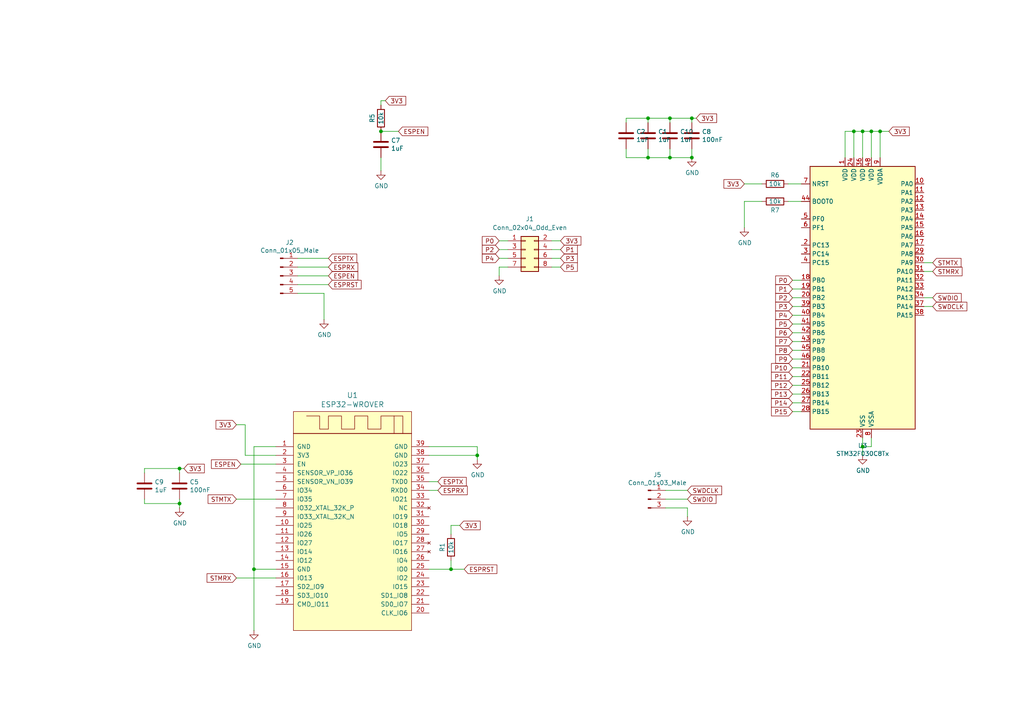
<source format=kicad_sch>
(kicad_sch (version 20250114) (generator "eeschema") (generator_version "9.0")
  (paper "A4")
  (lib_symbols
    (symbol "Connector:Conn_01x03_Male" (pin_names (offset 1.016) (hide yes))
      (property "Reference" "J" (at 0 5.08 0))
      (property "Value" "Connector_Conn_01x03_Male" (at 0 -5.08 0))
      (symbol "Conn_01x03_Male_1_1"
        (rectangle (start 0.8636 2.667) (end 0 2.413) (stroke (width 0.1524)) (fill (type outline)))
        (rectangle (start 0.8636 0.127) (end 0 -0.127) (stroke (width 0.1524)) (fill (type outline)))
        (rectangle (start 0.8636 -2.413) (end 0 -2.667) (stroke (width 0.1524)) (fill (type outline)))
        (polyline (pts (xy 1.27 2.54) (xy 0.8636 2.54)) (stroke (width 0.1524)))
        (polyline (pts (xy 1.27 0) (xy 0.8636 0)) (stroke (width 0.1524)))
        (polyline (pts (xy 1.27 -2.54) (xy 0.8636 -2.54)) (stroke (width 0.1524)))
        (pin passive line (at 5.08 2.54 180) (length 3.81) (name "Pin_1") (number "1"))
        (pin passive line (at 5.08 0 180) (length 3.81) (name "Pin_2") (number "2"))
        (pin passive line (at 5.08 -2.54 180) (length 3.81) (name "Pin_3") (number "3"))
      )
    )
    (symbol "Connector:Conn_01x05_Male" (pin_names (offset 1.016) (hide yes))
      (property "Reference" "J" (at 0 7.62 0))
      (property "Value" "Connector_Conn_01x05_Male" (at 0 -7.62 0))
      (symbol "Conn_01x05_Male_1_1"
        (rectangle (start 0.8636 5.207) (end 0 4.953) (stroke (width 0.1524)) (fill (type outline)))
        (rectangle (start 0.8636 2.667) (end 0 2.413) (stroke (width 0.1524)) (fill (type outline)))
        (rectangle (start 0.8636 0.127) (end 0 -0.127) (stroke (width 0.1524)) (fill (type outline)))
        (rectangle (start 0.8636 -2.413) (end 0 -2.667) (stroke (width 0.1524)) (fill (type outline)))
        (rectangle (start 0.8636 -4.953) (end 0 -5.207) (stroke (width 0.1524)) (fill (type outline)))
        (polyline (pts (xy 1.27 5.08) (xy 0.8636 5.08)) (stroke (width 0.1524)))
        (polyline (pts (xy 1.27 2.54) (xy 0.8636 2.54)) (stroke (width 0.1524)))
        (polyline (pts (xy 1.27 0) (xy 0.8636 0)) (stroke (width 0.1524)))
        (polyline (pts (xy 1.27 -2.54) (xy 0.8636 -2.54)) (stroke (width 0.1524)))
        (polyline (pts (xy 1.27 -5.08) (xy 0.8636 -5.08)) (stroke (width 0.1524)))
        (pin passive line (at 5.08 5.08 180) (length 3.81) (name "Pin_1") (number "1"))
        (pin passive line (at 5.08 2.54 180) (length 3.81) (name "Pin_2") (number "2"))
        (pin passive line (at 5.08 0 180) (length 3.81) (name "Pin_3") (number "3"))
        (pin passive line (at 5.08 -2.54 180) (length 3.81) (name "Pin_4") (number "4"))
        (pin passive line (at 5.08 -5.08 180) (length 3.81) (name "Pin_5") (number "5"))
      )
    )
    (symbol "Connector_Generic:Conn_02x04_Odd_Even" (pin_names (offset 1.016) (hide yes))
      (property "Reference" "J" (at 1.27 5.08 0))
      (property "Value" "Conn_02x04_Odd_Even" (at 1.27 -7.62 0))
      (symbol "Conn_02x04_Odd_Even_1_1"
        (rectangle (start -1.27 3.81) (end 3.81 -6.35) (stroke (width 0.254)) (fill (type background)))
        (rectangle (start -1.27 2.667) (end 0 2.413) (stroke (width 0.1524)))
        (rectangle (start -1.27 0.127) (end 0 -0.127) (stroke (width 0.1524)))
        (rectangle (start -1.27 -2.413) (end 0 -2.667) (stroke (width 0.1524)))
        (rectangle (start -1.27 -4.953) (end 0 -5.207) (stroke (width 0.1524)))
        (rectangle (start 3.81 2.667) (end 2.54 2.413) (stroke (width 0.1524)))
        (rectangle (start 3.81 0.127) (end 2.54 -0.127) (stroke (width 0.1524)))
        (rectangle (start 3.81 -2.413) (end 2.54 -2.667) (stroke (width 0.1524)))
        (rectangle (start 3.81 -4.953) (end 2.54 -5.207) (stroke (width 0.1524)))
        (pin passive line (at -5.08 2.54 0) (length 3.81) (name "Pin_1") (number "1"))
        (pin passive line (at -5.08 0 0) (length 3.81) (name "Pin_3") (number "3"))
        (pin passive line (at -5.08 -2.54 0) (length 3.81) (name "Pin_5") (number "5"))
        (pin passive line (at -5.08 -5.08 0) (length 3.81) (name "Pin_7") (number "7"))
        (pin passive line (at 7.62 2.54 180) (length 3.81) (name "Pin_2") (number "2"))
        (pin passive line (at 7.62 0 180) (length 3.81) (name "Pin_4") (number "4"))
        (pin passive line (at 7.62 -2.54 180) (length 3.81) (name "Pin_6") (number "6"))
        (pin passive line (at 7.62 -5.08 180) (length 3.81) (name "Pin_8") (number "8"))
      )
    )
    (symbol "Device:C" (pin_numbers (hide yes)) (pin_names (offset 0.254))
      (property "Reference" "C" (at 0.635 2.54 0))
      (property "Value" "C" (at 0.635 -2.54 0))
      (symbol "C_0_1"
        (polyline (pts (xy -2.032 0.762) (xy 2.032 0.762)) (stroke (width 0.508)))
        (polyline (pts (xy -2.032 -0.762) (xy 2.032 -0.762)) (stroke (width 0.508)))
      )
      (symbol "C_1_1"
        (pin passive line (at 0 3.81 270) (length 2.794) (name "~") (number "1"))
        (pin passive line (at 0 -3.81 90) (length 2.794) (name "~") (number "2"))
      )
    )
    (symbol "Device:R" (pin_numbers (hide yes)) (pin_names (offset 0))
      (property "Reference" "R" (at 2.032 0 90))
      (property "Value" "R" (at 0 0 90))
      (symbol "R_0_1"
        (rectangle (start -1.016 -2.54) (end 1.016 2.54) (stroke (width 0.254)))
      )
      (symbol "R_1_1"
        (pin passive line (at 0 3.81 270) (length 1.27) (name "~") (number "1"))
        (pin passive line (at 0 -3.81 90) (length 1.27) (name "~") (number "2"))
      )
    )
    (symbol "MCU_ST_STM32F0:STM32F030CCTx"
      (property "Reference" "U" (at -15.24 39.37 0))
      (property "Value" "STM32F030CCTx" (at 7.62 39.37 0))
      (symbol "STM32F030CCTx_0_1"
        (rectangle (start -15.24 -38.1) (end 15.24 38.1) (stroke (width 0.254)) (fill (type background)))
      )
      (symbol "STM32F030CCTx_1_1"
        (pin input line (at -17.78 33.02 0) (length 2.54) (name "NRST") (number "7"))
        (pin input line (at -17.78 27.94 0) (length 2.54) (name "BOOT0") (number "44"))
        (pin bidirectional line (at -17.78 22.86 0) (length 2.54) (name "PF0") (number "5"))
        (pin bidirectional line (at -17.78 20.32 0) (length 2.54) (name "PF1") (number "6"))
        (pin bidirectional line (at -17.78 15.24 0) (length 2.54) (name "PC13") (number "2"))
        (pin bidirectional line (at -17.78 12.7 0) (length 2.54) (name "PC14") (number "3"))
        (pin bidirectional line (at -17.78 10.16 0) (length 2.54) (name "PC15") (number "4"))
        (pin bidirectional line (at -17.78 5.08 0) (length 2.54) (name "PB0") (number "18"))
        (pin bidirectional line (at -17.78 2.54 0) (length 2.54) (name "PB1") (number "19"))
        (pin bidirectional line (at -17.78 0 0) (length 2.54) (name "PB2") (number "20"))
        (pin bidirectional line (at -17.78 -2.54 0) (length 2.54) (name "PB3") (number "39"))
        (pin bidirectional line (at -17.78 -5.08 0) (length 2.54) (name "PB4") (number "40"))
        (pin bidirectional line (at -17.78 -7.62 0) (length 2.54) (name "PB5") (number "41"))
        (pin bidirectional line (at -17.78 -10.16 0) (length 2.54) (name "PB6") (number "42"))
        (pin bidirectional line (at -17.78 -12.7 0) (length 2.54) (name "PB7") (number "43"))
        (pin bidirectional line (at -17.78 -15.24 0) (length 2.54) (name "PB8") (number "45"))
        (pin bidirectional line (at -17.78 -17.78 0) (length 2.54) (name "PB9") (number "46"))
        (pin bidirectional line (at -17.78 -20.32 0) (length 2.54) (name "PB10") (number "21"))
        (pin bidirectional line (at -17.78 -22.86 0) (length 2.54) (name "PB11") (number "22"))
        (pin bidirectional line (at -17.78 -25.4 0) (length 2.54) (name "PB12") (number "25"))
        (pin bidirectional line (at -17.78 -27.94 0) (length 2.54) (name "PB13") (number "26"))
        (pin bidirectional line (at -17.78 -30.48 0) (length 2.54) (name "PB14") (number "27"))
        (pin bidirectional line (at -17.78 -33.02 0) (length 2.54) (name "PB15") (number "28"))
        (pin power_in line (at -5.08 40.64 270) (length 2.54) (name "VDD") (number "1"))
        (pin power_in line (at -2.54 40.64 270) (length 2.54) (name "VDD") (number "24"))
        (pin power_in line (at 0 40.64 270) (length 2.54) (name "VDD") (number "36"))
        (pin power_in line (at 0 -40.64 90) (length 2.54) (name "VSS") (number "23"))
        (pin passive line (at 0 -40.64 90) (length 2.54) (hide yes) (name "VSS") (number "35"))
        (pin passive line (at 0 -40.64 90) (length 2.54) (hide yes) (name "VSS") (number "47"))
        (pin power_in line (at 2.54 40.64 270) (length 2.54) (name "VDD") (number "48"))
        (pin power_in line (at 2.54 -40.64 90) (length 2.54) (name "VSSA") (number "8"))
        (pin power_in line (at 5.08 40.64 270) (length 2.54) (name "VDDA") (number "9"))
        (pin bidirectional line (at 17.78 33.02 180) (length 2.54) (name "PA0") (number "10"))
        (pin bidirectional line (at 17.78 30.48 180) (length 2.54) (name "PA1") (number "11"))
        (pin bidirectional line (at 17.78 27.94 180) (length 2.54) (name "PA2") (number "12"))
        (pin bidirectional line (at 17.78 25.4 180) (length 2.54) (name "PA3") (number "13"))
        (pin bidirectional line (at 17.78 22.86 180) (length 2.54) (name "PA4") (number "14"))
        (pin bidirectional line (at 17.78 20.32 180) (length 2.54) (name "PA5") (number "15"))
        (pin bidirectional line (at 17.78 17.78 180) (length 2.54) (name "PA6") (number "16"))
        (pin bidirectional line (at 17.78 15.24 180) (length 2.54) (name "PA7") (number "17"))
        (pin bidirectional line (at 17.78 12.7 180) (length 2.54) (name "PA8") (number "29"))
        (pin bidirectional line (at 17.78 10.16 180) (length 2.54) (name "PA9") (number "30"))
        (pin bidirectional line (at 17.78 7.62 180) (length 2.54) (name "PA10") (number "31"))
        (pin bidirectional line (at 17.78 5.08 180) (length 2.54) (name "PA11") (number "32"))
        (pin bidirectional line (at 17.78 2.54 180) (length 2.54) (name "PA12") (number "33"))
        (pin bidirectional line (at 17.78 0 180) (length 2.54) (name "PA13") (number "34"))
        (pin bidirectional line (at 17.78 -2.54 180) (length 2.54) (name "PA14") (number "37"))
        (pin bidirectional line (at 17.78 -5.08 180) (length 2.54) (name "PA15") (number "38"))
      )
    )
    (symbol "esp32-wrover:ESP32-WROVER" (pin_names (offset 1.016))
      (property "Reference" "U" (at -15.24 -33.02 0))
      (property "Value" "ESP32-WROVER" (at 6.35 -33.02 0))
      (symbol "ESP32-WROVER_0_1"
        (rectangle (start -17.78 29.21) (end 16.51 22.86) (fill (type background)))
        (rectangle (start -17.78 22.86) (end 16.51 -34.29) (fill (type background)))
        (polyline (pts (xy -13.97 27.94) (xy -10.16 27.94) (xy -10.16 24.13) (xy -7.62 24.13) (xy -7.62 27.94) (xy -3.81 27.94) (xy -3.81 24.13) (xy 0 24.13) (xy 0 27.94) (xy 3.81 27.94) (xy 3.81 24.13) (xy 7.62 24.13) (xy 7.62 27.94) (xy 11.43 27.94) (xy 11.43 22.86)))
        (polyline (pts (xy 11.43 27.94) (xy 13.97 27.94) (xy 13.97 22.86)))
      )
      (symbol "ESP32-WROVER_1_1"
        (pin power_in line (at -22.86 19.05 0) (length 5.08) (name "GND") (number "1"))
        (pin power_in line (at -22.86 16.51 0) (length 5.08) (name "3V3") (number "2"))
        (pin input line (at -22.86 13.97 0) (length 5.08) (name "EN") (number "3"))
        (pin input line (at -22.86 11.43 0) (length 5.08) (name "SENSOR_VP_IO36") (number "4"))
        (pin input line (at -22.86 8.89 0) (length 5.08) (name "SENSOR_VN_IO39") (number "5"))
        (pin input line (at -22.86 6.35 0) (length 5.08) (name "IO34") (number "6"))
        (pin input line (at -22.86 3.81 0) (length 5.08) (name "IO35") (number "7"))
        (pin bidirectional line (at -22.86 1.27 0) (length 5.08) (name "IO32_XTAL_32K_P") (number "8"))
        (pin bidirectional line (at -22.86 -1.27 0) (length 5.08) (name "IO33_XTAL_32K_N") (number "9"))
        (pin bidirectional line (at -22.86 -3.81 0) (length 5.08) (name "IO25") (number "10"))
        (pin bidirectional line (at -22.86 -6.35 0) (length 5.08) (name "IO26") (number "11"))
        (pin bidirectional line (at -22.86 -8.89 0) (length 5.08) (name "IO27") (number "12"))
        (pin bidirectional line (at -22.86 -11.43 0) (length 5.08) (name "IO14") (number "13"))
        (pin bidirectional line (at -22.86 -13.97 0) (length 5.08) (name "IO12") (number "14"))
        (pin power_in line (at -22.86 -16.51 0) (length 5.08) (name "GND") (number "15"))
        (pin bidirectional line (at -22.86 -19.05 0) (length 5.08) (name "IO13") (number "16"))
        (pin bidirectional line (at -22.86 -21.59 0) (length 5.08) (name "SD2_IO9") (number "17"))
        (pin bidirectional line (at -22.86 -24.13 0) (length 5.08) (name "SD3_IO10") (number "18"))
        (pin bidirectional line (at -22.86 -26.67 0) (length 5.08) (name "CMD_IO11") (number "19"))
        (pin power_in line (at 21.59 19.05 180) (length 5.08) (name "GND") (number "39"))
        (pin power_in line (at 21.59 16.51 180) (length 5.08) (name "GND") (number "38"))
        (pin bidirectional line (at 21.59 13.97 180) (length 5.08) (name "IO23") (number "37"))
        (pin bidirectional line (at 21.59 11.43 180) (length 5.08) (name "IO22") (number "36"))
        (pin output line (at 21.59 8.89 180) (length 5.08) (name "TXD0") (number "35"))
        (pin input line (at 21.59 6.35 180) (length 5.08) (name "RXD0") (number "34"))
        (pin bidirectional line (at 21.59 3.81 180) (length 5.08) (name "IO21") (number "33"))
        (pin no_connect line (at 21.59 1.27 180) (length 5.08) (name "NC") (number "32"))
        (pin bidirectional line (at 21.59 -1.27 180) (length 5.08) (name "IO19") (number "31"))
        (pin bidirectional line (at 21.59 -3.81 180) (length 5.08) (name "IO18") (number "30"))
        (pin bidirectional line (at 21.59 -6.35 180) (length 5.08) (name "IO5") (number "29"))
        (pin no_connect line (at 21.59 -8.89 180) (length 5.08) (name "IO17") (number "28"))
        (pin no_connect line (at 21.59 -11.43 180) (length 5.08) (name "IO16") (number "27"))
        (pin bidirectional line (at 21.59 -13.97 180) (length 5.08) (name "IO4") (number "26"))
        (pin bidirectional line (at 21.59 -16.51 180) (length 5.08) (name "IO0") (number "25"))
        (pin bidirectional line (at 21.59 -19.05 180) (length 5.08) (name "IO2") (number "24"))
        (pin bidirectional line (at 21.59 -21.59 180) (length 5.08) (name "IO15") (number "23"))
        (pin bidirectional line (at 21.59 -24.13 180) (length 5.08) (name "SD1_IO8") (number "22"))
        (pin bidirectional line (at 21.59 -26.67 180) (length 5.08) (name "SD0_IO7") (number "21"))
        (pin bidirectional line (at 21.59 -29.21 180) (length 5.08) (name "CLK_IO6") (number "20"))
      )
    )
    (symbol "power:GND" (power) (pin_numbers (hide yes)) (pin_names (offset 0) (hide yes))
      (property "Value" "GND" (at 0 -3.81 0))
      (symbol "GND_0_1"
        (polyline (pts (xy 0 0) (xy 0 -1.27) (xy 1.27 -1.27) (xy 0 -2.54) (xy -1.27 -1.27) (xy 0 -1.27)))
      )
      (symbol "GND_1_1"
        (pin power_in line (at 0 0 270) (length 0) (name "~") (number "1"))
      )
    )
  )
  (junction (at 194.31 45.72))
  (junction (at 130.81 165.1))
  (junction (at 194.31 34.29))
  (junction (at 250.19 38.1))
  (junction (at 187.96 34.29))
  (junction (at 200.66 45.72))
  (junction (at 52.07 146.05))
  (junction (at 252.73 38.1))
  (junction (at 52.07 135.89))
  (junction (at 200.66 34.29))
  (junction (at 255.27 38.1))
  (junction (at 187.96 45.72))
  (junction (at 138.43 132.08))
  (junction (at 250.19 129.54))
  (junction (at 73.66 165.1))
  (junction (at 110.49 38.1))
  (junction (at 247.65 38.1))
  (wire (pts (xy 41.91 144.78) (xy 41.91 146.05)))
  (wire (pts (xy 68.58 123.19) (xy 71.12 123.19)))
  (wire (pts (xy 80.01 129.54) (xy 73.66 129.54)))
  (wire (pts (xy 130.81 152.4) (xy 130.81 154.94)))
  (wire (pts (xy 144.78 77.47) (xy 144.78 80.01)))
  (wire (pts (xy 232.41 86.36) (xy 229.87 86.36)))
  (wire (pts (xy 124.46 129.54) (xy 138.43 129.54)))
  (wire (pts (xy 181.61 35.56) (xy 181.61 34.29)))
  (wire (pts (xy 41.91 146.05) (xy 52.07 146.05)))
  (wire (pts (xy 252.73 129.54) (xy 250.19 129.54)))
  (wire (pts (xy 252.73 127) (xy 252.73 129.54)))
  (wire (pts (xy 73.66 129.54) (xy 73.66 165.1)))
  (wire (pts (xy 270.51 86.36) (xy 267.97 86.36)))
  (wire (pts (xy 127 142.24) (xy 124.46 142.24)))
  (wire (pts (xy 232.41 96.52) (xy 229.87 96.52)))
  (wire (pts (xy 71.12 132.08) (xy 80.01 132.08)))
  (wire (pts (xy 147.32 77.47) (xy 144.78 77.47)))
  (wire (pts (xy 232.41 109.22) (xy 229.87 109.22)))
  (wire (pts (xy 232.41 58.42) (xy 228.6 58.42)))
  (wire (pts (xy 144.78 72.39) (xy 147.32 72.39)))
  (bus (pts (xy -31.75 -25.4) (xy -29.21 -22.86)))
  (wire (pts (xy 252.73 38.1) (xy 250.19 38.1)))
  (wire (pts (xy 52.07 146.05) (xy 52.07 147.32)))
  (wire (pts (xy 270.51 76.2) (xy 267.97 76.2)))
  (wire (pts (xy 80.01 165.1) (xy 73.66 165.1)))
  (wire (pts (xy 232.41 81.28) (xy 229.87 81.28)))
  (wire (pts (xy 250.19 38.1) (xy 247.65 38.1)))
  (wire (pts (xy 86.36 74.93) (xy 95.25 74.93)))
  (wire (pts (xy 232.41 83.82) (xy 229.87 83.82)))
  (wire (pts (xy 181.61 45.72) (xy 187.96 45.72)))
  (wire (pts (xy 144.78 74.93) (xy 147.32 74.93)))
  (wire (pts (xy 187.96 45.72) (xy 194.31 45.72)))
  (wire (pts (xy 194.31 45.72) (xy 200.66 45.72)))
  (wire (pts (xy 130.81 162.56) (xy 130.81 165.1)))
  (wire (pts (xy 41.91 135.89) (xy 41.91 137.16)))
  (wire (pts (xy 232.41 88.9) (xy 229.87 88.9)))
  (wire (pts (xy 201.93 34.29) (xy 200.66 34.29)))
  (wire (pts (xy 199.39 149.86) (xy 199.39 147.32)))
  (wire (pts (xy 86.36 85.09) (xy 93.98 85.09)))
  (wire (pts (xy 93.98 85.09) (xy 93.98 92.71)))
  (wire (pts (xy 252.73 38.1) (xy 252.73 45.72)))
  (wire (pts (xy 247.65 38.1) (xy 247.65 45.72)))
  (wire (pts (xy 187.96 35.56) (xy 187.96 34.29)))
  (wire (pts (xy 110.49 29.21) (xy 110.49 30.48)))
  (wire (pts (xy 115.57 38.1) (xy 110.49 38.1)))
  (wire (pts (xy 111.76 29.21) (xy 110.49 29.21)))
  (wire (pts (xy 220.98 58.42) (xy 215.9 58.42)))
  (wire (pts (xy 232.41 106.68) (xy 229.87 106.68)))
  (wire (pts (xy 255.27 38.1) (xy 255.27 45.72)))
  (wire (pts (xy 124.46 165.1) (xy 130.81 165.1)))
  (wire (pts (xy 232.41 101.6) (xy 229.87 101.6)))
  (wire (pts (xy 52.07 144.78) (xy 52.07 146.05)))
  (wire (pts (xy 232.41 111.76) (xy 229.87 111.76)))
  (wire (pts (xy 181.61 34.29) (xy 187.96 34.29)))
  (wire (pts (xy 138.43 129.54) (xy 138.43 132.08)))
  (wire (pts (xy 52.07 135.89) (xy 52.07 137.16)))
  (wire (pts (xy 232.41 91.44) (xy 229.87 91.44)))
  (wire (pts (xy 232.41 99.06) (xy 229.87 99.06)))
  (wire (pts (xy 124.46 132.08) (xy 138.43 132.08)))
  (wire (pts (xy 187.96 34.29) (xy 194.31 34.29)))
  (wire (pts (xy 160.02 74.93) (xy 162.56 74.93)))
  (wire (pts (xy 130.81 165.1) (xy 134.62 165.1)))
  (wire (pts (xy 232.41 104.14) (xy 229.87 104.14)))
  (wire (pts (xy 68.58 167.64) (xy 80.01 167.64)))
  (wire (pts (xy 86.36 77.47) (xy 95.25 77.47)))
  (wire (pts (xy 80.01 134.62) (xy 69.85 134.62)))
  (wire (pts (xy 160.02 69.85) (xy 162.56 69.85)))
  (wire (pts (xy 187.96 43.18) (xy 187.96 45.72)))
  (wire (pts (xy 71.12 123.19) (xy 71.12 132.08)))
  (wire (pts (xy 199.39 147.32) (xy 193.04 147.32)))
  (wire (pts (xy 86.36 80.01) (xy 95.25 80.01)))
  (wire (pts (xy 232.41 93.98) (xy 229.87 93.98)))
  (wire (pts (xy 232.41 119.38) (xy 229.87 119.38)))
  (wire (pts (xy 250.19 132.08) (xy 250.19 129.54)))
  (wire (pts (xy 127 139.7) (xy 124.46 139.7)))
  (wire (pts (xy 220.98 53.34) (xy 215.9 53.34)))
  (wire (pts (xy 199.39 142.24) (xy 193.04 142.24)))
  (wire (pts (xy 232.41 114.3) (xy 229.87 114.3)))
  (wire (pts (xy 200.66 43.18) (xy 200.66 45.72)))
  (wire (pts (xy 250.19 129.54) (xy 250.19 127)))
  (wire (pts (xy 228.6 53.34) (xy 232.41 53.34)))
  (wire (pts (xy 194.31 34.29) (xy 194.31 35.56)))
  (wire (pts (xy 194.31 43.18) (xy 194.31 45.72)))
  (wire (pts (xy 53.34 135.89) (xy 52.07 135.89)))
  (wire (pts (xy 245.11 38.1) (xy 247.65 38.1)))
  (wire (pts (xy 73.66 165.1) (xy 73.66 182.88)))
  (wire (pts (xy 255.27 38.1) (xy 257.81 38.1)))
  (wire (pts (xy 215.9 66.04) (xy 215.9 58.42)))
  (wire (pts (xy 86.36 82.55) (xy 95.25 82.55)))
  (wire (pts (xy 245.11 45.72) (xy 245.11 38.1)))
  (wire (pts (xy 252.73 38.1) (xy 255.27 38.1)))
  (wire (pts (xy 270.51 88.9) (xy 267.97 88.9)))
  (wire (pts (xy 160.02 72.39) (xy 162.56 72.39)))
  (wire (pts (xy 232.41 116.84) (xy 229.87 116.84)))
  (wire (pts (xy 52.07 135.89) (xy 41.91 135.89)))
  (wire (pts (xy 250.19 38.1) (xy 250.19 45.72)))
  (wire (pts (xy 199.39 144.78) (xy 193.04 144.78)))
  (wire (pts (xy 144.78 69.85) (xy 147.32 69.85)))
  (wire (pts (xy 270.51 78.74) (xy 267.97 78.74)))
  (wire (pts (xy 200.66 34.29) (xy 200.66 35.56)))
  (wire (pts (xy 110.49 45.72) (xy 110.49 49.53)))
  (wire (pts (xy 160.02 77.47) (xy 162.56 77.47)))
  (wire (pts (xy 68.58 144.78) (xy 80.01 144.78)))
  (wire (pts (xy 181.61 43.18) (xy 181.61 45.72)))
  (wire (pts (xy 138.43 132.08) (xy 138.43 133.35)))
  (wire (pts (xy 200.66 34.29) (xy 194.31 34.29)))
  (wire (pts (xy 133.35 152.4) (xy 130.81 152.4)))
  (global_label "P2" (shape input) (at 229.87 86.36 180) (property "Intersheetrefs" "${INTERSHEET_REFS}" (effects (hide yes))))
  (global_label "SWDCLK" (shape input) (at 199.39 142.24 0) (property "Intersheetrefs" "${INTERSHEET_REFS}" (effects (hide yes))))
  (global_label "P4" (shape input) (at 144.78 74.93 180) (property "Intersheetrefs" "${INTERSHEET_REFS}" (effects (hide yes))))
  (global_label "3V3" (shape input) (at 133.35 152.4 0) (property "Intersheetrefs" "${INTERSHEET_REFS}" (effects (hide yes))))
  (global_label "3V3" (shape input) (at 162.56 69.85 0) (property "Intersheetrefs" "${INTERSHEET_REFS}" (effects (hide yes))))
  (global_label "P15" (shape input) (at 229.87 119.38 180) (property "Intersheetrefs" "${INTERSHEET_REFS}" (effects (hide yes))))
  (global_label "3V3" (shape input) (at 111.76 29.21 0) (property "Intersheetrefs" "${INTERSHEET_REFS}" (effects (hide yes))))
  (global_label "ESPEN" (shape input) (at 115.57 38.1 0) (property "Intersheetrefs" "${INTERSHEET_REFS}" (effects (hide yes))))
  (global_label "STMTX" (shape input) (at 270.51 76.2 0) (property "Intersheetrefs" "${INTERSHEET_REFS}" (effects (hide yes))))
  (global_label "P8" (shape input) (at 229.87 101.6 180) (property "Intersheetrefs" "${INTERSHEET_REFS}" (effects (hide yes))))
  (global_label "3V3" (shape input) (at 215.9 53.34 180) (property "Intersheetrefs" "${INTERSHEET_REFS}" (effects (hide yes))))
  (global_label "STMRX" (shape input) (at 270.51 78.74 0) (property "Intersheetrefs" "${INTERSHEET_REFS}" (effects (hide yes))))
  (global_label "3V3" (shape input) (at 53.34 135.89 0) (property "Intersheetrefs" "${INTERSHEET_REFS}" (effects (hide yes))))
  (global_label "SWDIO" (shape input) (at 270.51 86.36 0) (property "Intersheetrefs" "${INTERSHEET_REFS}" (effects (hide yes))))
  (global_label "P1" (shape input) (at 229.87 83.82 180) (property "Intersheetrefs" "${INTERSHEET_REFS}" (effects (hide yes))))
  (global_label "P3" (shape input) (at 162.56 74.93 0) (property "Intersheetrefs" "${INTERSHEET_REFS}" (effects (hide yes))))
  (global_label "ESPRST" (shape input) (at 134.62 165.1 0) (property "Intersheetrefs" "${INTERSHEET_REFS}" (effects (hide yes))))
  (global_label "ESPRST" (shape input) (at 95.25 82.55 0) (property "Intersheetrefs" "${INTERSHEET_REFS}" (effects (hide yes))))
  (global_label "P0" (shape input) (at 144.78 69.85 180) (property "Intersheetrefs" "${INTERSHEET_REFS}" (effects (hide yes))))
  (global_label "ESPEN" (shape input) (at 95.25 80.01 0) (property "Intersheetrefs" "${INTERSHEET_REFS}" (effects (hide yes))))
  (global_label "P12" (shape input) (at 229.87 111.76 180) (property "Intersheetrefs" "${INTERSHEET_REFS}" (effects (hide yes))))
  (global_label "SWDCLK" (shape input) (at 270.51 88.9 0) (property "Intersheetrefs" "${INTERSHEET_REFS}" (effects (hide yes))))
  (global_label "3V3" (shape input) (at 257.81 38.1 0) (property "Intersheetrefs" "${INTERSHEET_REFS}" (effects (hide yes))))
  (global_label "P5" (shape input) (at 229.87 93.98 180) (property "Intersheetrefs" "${INTERSHEET_REFS}" (effects (hide yes))))
  (global_label "P1" (shape input) (at 162.56 72.39 0) (property "Intersheetrefs" "${INTERSHEET_REFS}" (effects (hide yes))))
  (global_label "ESPTX" (shape input) (at 95.25 74.93 0) (property "Intersheetrefs" "${INTERSHEET_REFS}" (effects (hide yes))))
  (global_label "P14" (shape input) (at 229.87 116.84 180) (property "Intersheetrefs" "${INTERSHEET_REFS}" (effects (hide yes))))
  (global_label "P10" (shape input) (at 229.87 106.68 180) (property "Intersheetrefs" "${INTERSHEET_REFS}" (effects (hide yes))))
  (global_label "P3" (shape input) (at 229.87 88.9 180) (property "Intersheetrefs" "${INTERSHEET_REFS}" (effects (hide yes))))
  (global_label "P6" (shape input) (at 229.87 96.52 180) (property "Intersheetrefs" "${INTERSHEET_REFS}" (effects (hide yes))))
  (global_label "P0" (shape input) (at 229.87 81.28 180) (property "Intersheetrefs" "${INTERSHEET_REFS}" (effects (hide yes))))
  (global_label "STMRX" (shape input) (at 68.58 167.64 180) (property "Intersheetrefs" "${INTERSHEET_REFS}" (effects (hide yes))))
  (global_label "STMTX" (shape input) (at 68.58 144.78 180) (property "Intersheetrefs" "${INTERSHEET_REFS}" (effects (hide yes))))
  (global_label "P5" (shape input) (at 162.56 77.47 0) (property "Intersheetrefs" "${INTERSHEET_REFS}" (effects (hide yes))))
  (global_label "ESPRX" (shape input) (at 127 142.24 0) (property "Intersheetrefs" "${INTERSHEET_REFS}" (effects (hide yes))))
  (global_label "3V3" (shape input) (at 68.58 123.19 180) (property "Intersheetrefs" "${INTERSHEET_REFS}" (effects (hide yes))))
  (global_label "P11" (shape input) (at 229.87 109.22 180) (property "Intersheetrefs" "${INTERSHEET_REFS}" (effects (hide yes))))
  (global_label "P2" (shape input) (at 144.78 72.39 180) (property "Intersheetrefs" "${INTERSHEET_REFS}" (effects (hide yes))))
  (global_label "P4" (shape input) (at 229.87 91.44 180) (property "Intersheetrefs" "${INTERSHEET_REFS}" (effects (hide yes))))
  (global_label "P13" (shape input) (at 229.87 114.3 180) (property "Intersheetrefs" "${INTERSHEET_REFS}" (effects (hide yes))))
  (global_label "SWDIO" (shape input) (at 199.39 144.78 0) (property "Intersheetrefs" "${INTERSHEET_REFS}" (effects (hide yes))))
  (global_label "ESPTX" (shape input) (at 127 139.7 0) (property "Intersheetrefs" "${INTERSHEET_REFS}" (effects (hide yes))))
  (global_label "P7" (shape input) (at 229.87 99.06 180) (property "Intersheetrefs" "${INTERSHEET_REFS}" (effects (hide yes))))
  (global_label "ESPEN" (shape input) (at 69.85 134.62 180) (property "Intersheetrefs" "${INTERSHEET_REFS}" (effects (hide yes))))
  (global_label "ESPRX" (shape input) (at 95.25 77.47 0) (property "Intersheetrefs" "${INTERSHEET_REFS}" (effects (hide yes))))
  (global_label "P9" (shape input) (at 229.87 104.14 180) (property "Intersheetrefs" "${INTERSHEET_REFS}" (effects (hide yes))))
  (global_label "3V3" (shape input) (at 201.93 34.29 0) (property "Intersheetrefs" "${INTERSHEET_REFS}" (effects (hide yes))))
  (symbol (lib_id "esp32-wrover:ESP32-WROVER") (at 102.87 148.59 0) (unit 1)
    (property "Reference" "U1" (at 102.235 114.6302 0) (effects (font (size 1.524 1.524))))
    (property "Value" "ESP32-WROVER" (at 102.235 117.3226 0) (effects (font (size 1.524 1.524))))
    (property "Footprint" "esp32-wrover:XCVR_ESP32-WROVER" (effects (hide yes)))
    (property "LCSC" "C701352" (effects (hide yes)))
  )
  (symbol (lib_id "power:GND") (at 250.19 132.08 0) (unit 1)
    (property "Reference" "#PWR0103" (effects (hide yes)))
    (property "Value" "GND" (at 250.317 136.4742 0))
  )
  (symbol (lib_id "Device:R") (at 224.79 53.34 270) (unit 1)
    (property "Reference" "R6" (at 224.79 50.8 90))
    (property "Value" "10k" (at 224.79 53.34 90))
    (property "Footprint" "Resistor_SMD:R_0402_1005Metric" (effects (hide yes)))
    (property "LCSC" "C25744" (effects (hide yes)))
  )
  (symbol (lib_id "Device:R") (at 224.79 58.42 270) (unit 1)
    (property "Reference" "R7" (at 224.79 60.96 90))
    (property "Value" "10k" (at 224.79 58.42 90))
    (property "Footprint" "Resistor_SMD:R_0402_1005Metric" (effects (hide yes)))
    (property "LCSC" "C25744" (effects (hide yes)))
  )
  (symbol (lib_id "power:GND") (at 215.9 66.04 0) (unit 1)
    (property "Reference" "#PWR0106" (effects (hide yes)))
    (property "Value" "GND" (at 216.027 70.4342 0))
  )
  (symbol (lib_id "Device:C") (at 110.49 41.91 0) (unit 1)
    (property "Reference" "C7" (at 113.411 40.7416 0) (effects (justify left)))
    (property "Value" "1uF" (at 113.411 43.053 0) (effects (justify left)))
    (property "Footprint" "Capacitor_SMD:C_0402_1005Metric" (effects (hide yes)))
    (property "LCSC" "C52923" (effects (hide yes)))
  )
  (symbol (lib_id "power:GND") (at 110.49 49.53 0) (unit 1)
    (property "Reference" "#PWR0112" (effects (hide yes)))
    (property "Value" "GND" (at 110.617 53.9242 0))
  )
  (symbol (lib_id "Device:C") (at 200.66 39.37 0) (unit 1)
    (property "Reference" "C8" (at 203.581 38.2016 0) (effects (justify left)))
    (property "Value" "100nF" (at 203.581 40.513 0) (effects (justify left)))
    (property "Footprint" "Capacitor_SMD:C_0402_1005Metric" (effects (hide yes)))
    (property "LCSC" "C1525" (effects (hide yes)))
  )
  (symbol (lib_id "power:GND") (at 200.66 45.72 0) (unit 1)
    (property "Reference" "#PWR0107" (effects (hide yes)))
    (property "Value" "GND" (at 200.787 50.1142 0))
  )
  (symbol (lib_id "Device:C") (at 52.07 140.97 0) (unit 1)
    (property "Reference" "C5" (at 54.991 139.8016 0) (effects (justify left)))
    (property "Value" "100nF" (at 54.991 142.113 0) (effects (justify left)))
    (property "Footprint" "Capacitor_SMD:C_0402_1005Metric" (effects (hide yes)))
    (property "LCSC" "C1525" (effects (hide yes)))
  )
  (symbol (lib_id "power:GND") (at 52.07 147.32 0) (unit 1)
    (property "Reference" "#PWR0108" (effects (hide yes)))
    (property "Value" "GND" (at 52.197 151.7142 0))
  )
  (symbol (lib_id "power:GND") (at 73.66 182.88 0) (unit 1)
    (property "Reference" "#PWR0109" (effects (hide yes)))
    (property "Value" "GND" (at 73.787 187.2742 0))
  )
  (symbol (lib_id "power:GND") (at 138.43 133.35 0) (unit 1)
    (property "Reference" "#PWR0110" (effects (hide yes)))
    (property "Value" "GND" (at 138.557 137.7442 0))
  )
  (symbol (lib_id "Device:C") (at 41.91 140.97 0) (unit 1)
    (property "Reference" "C9" (at 44.831 139.8016 0) (effects (justify left)))
    (property "Value" "1uF" (at 44.831 142.113 0) (effects (justify left)))
    (property "Footprint" "Capacitor_SMD:C_0402_1005Metric" (effects (hide yes)))
    (property "LCSC" "C52923" (effects (hide yes)))
  )
  (symbol (lib_id "Device:R") (at 110.49 34.29 0) (unit 1)
    (property "Reference" "R5" (at 107.95 34.29 90))
    (property "Value" "10k" (at 110.49 34.29 90))
    (property "Footprint" "Resistor_SMD:R_0402_1005Metric" (effects (hide yes)))
    (property "LCSC" "C25744" (effects (hide yes)))
  )
  (symbol (lib_id "Device:C") (at 194.31 39.37 0) (unit 1)
    (property "Reference" "C10" (at 197.231 38.2016 0) (effects (justify left)))
    (property "Value" "1uF" (at 197.231 40.513 0) (effects (justify left)))
    (property "Footprint" "Capacitor_SMD:C_0402_1005Metric" (effects (hide yes)))
    (property "LCSC" "C52923" (effects (hide yes)))
  )
  (symbol (lib_id "Connector:Conn_01x03_Male") (at 187.96 144.78 0) (unit 1)
    (property "Reference" "J5" (at 190.6524 137.7188 0))
    (property "Value" "Conn_01x03_Male" (at 190.6524 140.0302 0))
    (property "Footprint" "Connector_PinHeader_2.54mm:PinHeader_1x03_P2.54mm_Vertical" (effects (hide yes)))
  )
  (symbol (lib_id "power:GND") (at 199.39 149.86 0) (unit 1)
    (property "Reference" "#PWR0111" (effects (hide yes)))
    (property "Value" "GND" (at 199.517 154.2542 0))
  )
  (symbol (lib_id "MCU_ST_STM32F0:STM32F030CCTx") (at 250.19 86.36 0) (unit 1)
    (property "Reference" "U3" (at 250.19 129.2606 0))
    (property "Value" "STM32F030C8Tx" (at 250.19 131.572 0))
    (property "Footprint" "Package_QFP:LQFP-48_7x7mm_P0.5mm" (effects (hide yes)))
    (property "Datasheet" "https://www.st.com/resource/en/datasheet/stm32f030cc.pdf" (effects (hide yes)))
    (property "Description" "STMicroelectronics Arm Cortex-M0 MCU, 256KB flash, 32KB RAM, 48 MHz, 2.4-3.6V, 37 GPIO, LQFP48" (effects (hide yes)))
    (property "LCSC" "C23922" (effects (hide yes)))
  )
  (symbol (lib_id "Connector:Conn_01x05_Male") (at 81.28 80.01 0) (unit 1)
    (property "Reference" "J2" (at 84.0232 70.3326 0))
    (property "Value" "Conn_01x05_Male" (at 84.0232 72.644 0))
    (property "Footprint" "Connector_Molex:Molex_PicoBlade_53261-0571_1x05-1MP_P1.25mm_Horizontal" (effects (hide yes)))
    (property "LCSC" "C225114" (effects (hide yes)))
  )
  (symbol (lib_id "power:GND") (at 93.98 92.71 0) (unit 1)
    (property "Reference" "#PWR0113" (effects (hide yes)))
    (property "Value" "GND" (at 94.107 97.1042 0))
  )
  (symbol (lib_id "Device:C") (at 187.96 39.37 0) (unit 1)
    (property "Reference" "C1" (at 190.881 38.2016 0) (effects (justify left)))
    (property "Value" "1uF" (at 190.881 40.513 0) (effects (justify left)))
    (property "Footprint" "Capacitor_SMD:C_0402_1005Metric" (effects (hide yes)))
    (property "LCSC" "C52923" (effects (hide yes)))
  )
  (symbol (lib_id "power:GND") (at 144.78 80.01 0) (unit 1)
    (property "Reference" "#PWR01" (effects (hide yes)))
    (property "Value" "GND" (at 144.907 84.4042 0))
  )
  (symbol (lib_id "Device:R") (at 130.81 158.75 180) (unit 1)
    (property "Reference" "R1" (at 128.27 158.75 90))
    (property "Value" "10k" (at 130.81 158.75 90))
    (property "Footprint" "Resistor_SMD:R_0402_1005Metric" (effects (hide yes)))
    (property "LCSC" "C25744" (effects (hide yes)))
  )
  (symbol (lib_id "Device:C") (at 181.61 39.37 0) (unit 1)
    (property "Reference" "C2" (at 184.531 38.2016 0) (effects (justify left)))
    (property "Value" "1uF" (at 184.531 40.513 0) (effects (justify left)))
    (property "Footprint" "Capacitor_SMD:C_0402_1005Metric" (effects (hide yes)))
    (property "LCSC" "C52923" (effects (hide yes)))
  )
  (symbol (lib_id "Connector_Generic:Conn_02x04_Odd_Even") (at 152.4 72.39 0) (unit 1)
    (property "Reference" "J1" (at 153.67 63.5 0))
    (property "Value" "Conn_02x04_Odd_Even" (at 153.67 66.04 0))
    (property "Footprint" "Connector_PinSocket_2.54mm:PinSocket_2x04_P2.54mm_Vertical" (effects (hide yes)))
    (property "Description" "Generic connector, double row, 02x04, odd/even pin numbering scheme (row 1 odd numbers, row 2 even numbers), script generated (kicad-library-utils/schlib/autogen/connector/)" (effects (hide yes)))
  )
)
</source>
